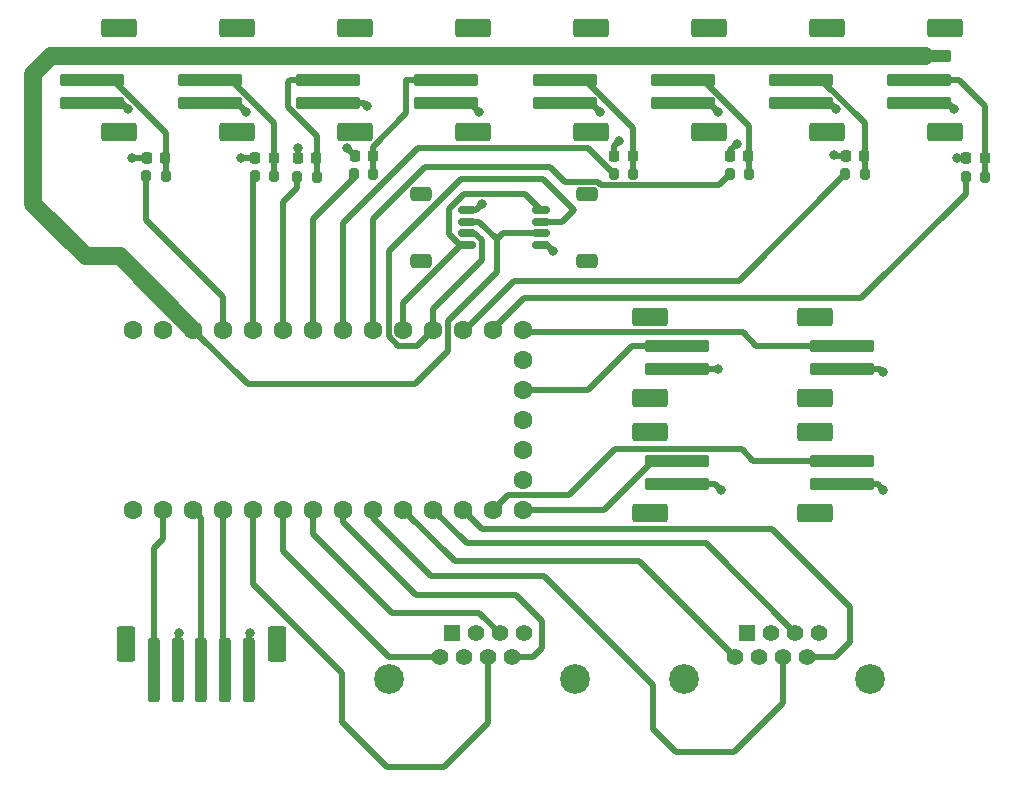
<source format=gbr>
%TF.GenerationSoftware,KiCad,Pcbnew,7.0.7-7.0.7~ubuntu20.04.1*%
%TF.CreationDate,2023-09-06T17:53:36-07:00*%
%TF.ProjectId,teensy-control-panel,7465656e-7379-42d6-936f-6e74726f6c2d,rev?*%
%TF.SameCoordinates,Original*%
%TF.FileFunction,Copper,L1,Top*%
%TF.FilePolarity,Positive*%
%FSLAX46Y46*%
G04 Gerber Fmt 4.6, Leading zero omitted, Abs format (unit mm)*
G04 Created by KiCad (PCBNEW 7.0.7-7.0.7~ubuntu20.04.1) date 2023-09-06 17:53:36*
%MOMM*%
%LPD*%
G01*
G04 APERTURE LIST*
G04 Aperture macros list*
%AMRoundRect*
0 Rectangle with rounded corners*
0 $1 Rounding radius*
0 $2 $3 $4 $5 $6 $7 $8 $9 X,Y pos of 4 corners*
0 Add a 4 corners polygon primitive as box body*
4,1,4,$2,$3,$4,$5,$6,$7,$8,$9,$2,$3,0*
0 Add four circle primitives for the rounded corners*
1,1,$1+$1,$2,$3*
1,1,$1+$1,$4,$5*
1,1,$1+$1,$6,$7*
1,1,$1+$1,$8,$9*
0 Add four rect primitives between the rounded corners*
20,1,$1+$1,$2,$3,$4,$5,0*
20,1,$1+$1,$4,$5,$6,$7,0*
20,1,$1+$1,$6,$7,$8,$9,0*
20,1,$1+$1,$8,$9,$2,$3,0*%
G04 Aperture macros list end*
%TA.AperFunction,SMDPad,CuDef*%
%ADD10RoundRect,0.250000X-0.550000X-1.250000X0.550000X-1.250000X0.550000X1.250000X-0.550000X1.250000X0*%
%TD*%
%TA.AperFunction,SMDPad,CuDef*%
%ADD11RoundRect,0.250000X-0.250000X-2.500000X0.250000X-2.500000X0.250000X2.500000X-0.250000X2.500000X0*%
%TD*%
%TA.AperFunction,SMDPad,CuDef*%
%ADD12RoundRect,0.250000X1.250000X-0.550000X1.250000X0.550000X-1.250000X0.550000X-1.250000X-0.550000X0*%
%TD*%
%TA.AperFunction,SMDPad,CuDef*%
%ADD13RoundRect,0.250000X2.500000X-0.250000X2.500000X0.250000X-2.500000X0.250000X-2.500000X-0.250000X0*%
%TD*%
%TA.AperFunction,SMDPad,CuDef*%
%ADD14RoundRect,0.250000X-1.250000X0.550000X-1.250000X-0.550000X1.250000X-0.550000X1.250000X0.550000X0*%
%TD*%
%TA.AperFunction,SMDPad,CuDef*%
%ADD15RoundRect,0.250000X-2.500000X0.250000X-2.500000X-0.250000X2.500000X-0.250000X2.500000X0.250000X0*%
%TD*%
%TA.AperFunction,ComponentPad*%
%ADD16C,1.600000*%
%TD*%
%TA.AperFunction,SMDPad,CuDef*%
%ADD17RoundRect,0.200000X0.200000X0.275000X-0.200000X0.275000X-0.200000X-0.275000X0.200000X-0.275000X0*%
%TD*%
%TA.AperFunction,SMDPad,CuDef*%
%ADD18RoundRect,0.225000X0.225000X0.250000X-0.225000X0.250000X-0.225000X-0.250000X0.225000X-0.250000X0*%
%TD*%
%TA.AperFunction,SMDPad,CuDef*%
%ADD19RoundRect,0.250000X-0.650000X0.350000X-0.650000X-0.350000X0.650000X-0.350000X0.650000X0.350000X0*%
%TD*%
%TA.AperFunction,SMDPad,CuDef*%
%ADD20RoundRect,0.150000X-0.625000X0.150000X-0.625000X-0.150000X0.625000X-0.150000X0.625000X0.150000X0*%
%TD*%
%TA.AperFunction,SMDPad,CuDef*%
%ADD21RoundRect,0.150000X0.625000X-0.150000X0.625000X0.150000X-0.625000X0.150000X-0.625000X-0.150000X0*%
%TD*%
%TA.AperFunction,SMDPad,CuDef*%
%ADD22RoundRect,0.250000X0.650000X-0.350000X0.650000X0.350000X-0.650000X0.350000X-0.650000X-0.350000X0*%
%TD*%
%TA.AperFunction,ComponentPad*%
%ADD23C,2.520000*%
%TD*%
%TA.AperFunction,ComponentPad*%
%ADD24R,1.398000X1.398000*%
%TD*%
%TA.AperFunction,ComponentPad*%
%ADD25C,1.398000*%
%TD*%
%TA.AperFunction,ViaPad*%
%ADD26C,0.800000*%
%TD*%
%TA.AperFunction,Conductor*%
%ADD27C,0.500000*%
%TD*%
%TA.AperFunction,Conductor*%
%ADD28C,1.500000*%
%TD*%
%TA.AperFunction,Conductor*%
%ADD29C,1.000000*%
%TD*%
G04 APERTURE END LIST*
D10*
%TO.P,SW101,MP*%
%TO.N,N/C*%
X56850000Y-111750000D03*
X69650000Y-111750000D03*
D11*
%TO.P,SW101,5,S2*%
%TO.N,GND*%
X67250000Y-114000000D03*
%TO.P,SW101,4,S1*%
%TO.N,encoder_push*%
X65250000Y-114000000D03*
%TO.P,SW101,3,B*%
%TO.N,encoder_B*%
X63250000Y-114000000D03*
%TO.P,SW101,2,C*%
%TO.N,GND*%
X61250000Y-114000000D03*
%TO.P,SW101,1,A*%
%TO.N,encoder_A*%
X59250000Y-114000000D03*
%TD*%
D12*
%TO.P,SW105,MP*%
%TO.N,N/C*%
X101250000Y-90900000D03*
X101250000Y-84100000D03*
D13*
%TO.P,SW105,2,B*%
%TO.N,PGRM*%
X103500000Y-86500000D03*
%TO.P,SW105,1,A*%
%TO.N,GND*%
X103500000Y-88500000D03*
%TD*%
D12*
%TO.P,SW104,MP*%
%TO.N,N/C*%
X115250000Y-100650000D03*
X115250000Y-93850000D03*
D13*
%TO.P,SW104,2,B*%
%TO.N,SW_2*%
X117500000Y-96250000D03*
%TO.P,SW104,1,A*%
%TO.N,GND*%
X117500000Y-98250000D03*
%TD*%
D12*
%TO.P,SW103,MP*%
%TO.N,N/C*%
X101250000Y-100650000D03*
X101250000Y-93850000D03*
D13*
%TO.P,SW103,2,B*%
%TO.N,SW_1*%
X103500000Y-96250000D03*
%TO.P,SW103,1,A*%
%TO.N,GND*%
X103500000Y-98250000D03*
%TD*%
D12*
%TO.P,SW102,MP*%
%TO.N,N/C*%
X115225000Y-90900000D03*
X115225000Y-84100000D03*
D13*
%TO.P,SW102,2,B*%
%TO.N,SW_0*%
X117475000Y-86500000D03*
%TO.P,SW102,1,A*%
%TO.N,GND*%
X117475000Y-88500000D03*
%TD*%
D14*
%TO.P,RV901,MP*%
%TO.N,N/C*%
X86250000Y-68400000D03*
X86250000Y-59600000D03*
D15*
%TO.P,RV901,3,3*%
%TO.N,GND*%
X84000000Y-66000000D03*
%TO.P,RV901,2,2*%
%TO.N,Net-(C901-Pad1)*%
X84000000Y-64000000D03*
%TO.P,RV901,1,1*%
%TO.N,+3.3V*%
X84000000Y-62000000D03*
%TD*%
D14*
%TO.P,RV801,MP*%
%TO.N,N/C*%
X76250000Y-68400000D03*
X76250000Y-59600000D03*
D15*
%TO.P,RV801,3,3*%
%TO.N,GND*%
X74000000Y-66000000D03*
%TO.P,RV801,2,2*%
%TO.N,Net-(C801-Pad1)*%
X74000000Y-64000000D03*
%TO.P,RV801,1,1*%
%TO.N,+3.3V*%
X74000000Y-62000000D03*
%TD*%
D14*
%TO.P,RV701,MP*%
%TO.N,N/C*%
X96250000Y-68400000D03*
X96250000Y-59600000D03*
D15*
%TO.P,RV701,3,3*%
%TO.N,GND*%
X94000000Y-66000000D03*
%TO.P,RV701,2,2*%
%TO.N,Net-(C701-Pad1)*%
X94000000Y-64000000D03*
%TO.P,RV701,1,1*%
%TO.N,+3.3V*%
X94000000Y-62000000D03*
%TD*%
D14*
%TO.P,RV601,MP*%
%TO.N,N/C*%
X106250000Y-68400000D03*
X106250000Y-59600000D03*
D15*
%TO.P,RV601,3,3*%
%TO.N,GND*%
X104000000Y-66000000D03*
%TO.P,RV601,2,2*%
%TO.N,Net-(C601-Pad1)*%
X104000000Y-64000000D03*
%TO.P,RV601,1,1*%
%TO.N,+3.3V*%
X104000000Y-62000000D03*
%TD*%
D14*
%TO.P,RV501,MP*%
%TO.N,N/C*%
X56250000Y-68400000D03*
X56250000Y-59600000D03*
D15*
%TO.P,RV501,3,3*%
%TO.N,GND*%
X54000000Y-66000000D03*
%TO.P,RV501,2,2*%
%TO.N,Net-(C501-Pad1)*%
X54000000Y-64000000D03*
%TO.P,RV501,1,1*%
%TO.N,+3.3V*%
X54000000Y-62000000D03*
%TD*%
D14*
%TO.P,RV401,MP*%
%TO.N,N/C*%
X66250000Y-68400000D03*
X66250000Y-59600000D03*
D15*
%TO.P,RV401,3,3*%
%TO.N,GND*%
X64000000Y-66000000D03*
%TO.P,RV401,2,2*%
%TO.N,Net-(C401-Pad1)*%
X64000000Y-64000000D03*
%TO.P,RV401,1,1*%
%TO.N,+3.3V*%
X64000000Y-62000000D03*
%TD*%
D14*
%TO.P,RV301,MP*%
%TO.N,N/C*%
X116250000Y-68400000D03*
X116250000Y-59600000D03*
D15*
%TO.P,RV301,3,3*%
%TO.N,GND*%
X114000000Y-66000000D03*
%TO.P,RV301,2,2*%
%TO.N,Net-(C301-Pad1)*%
X114000000Y-64000000D03*
%TO.P,RV301,1,1*%
%TO.N,+3.3V*%
X114000000Y-62000000D03*
%TD*%
D14*
%TO.P,RV201,MP*%
%TO.N,N/C*%
X126250000Y-68400000D03*
X126250000Y-59600000D03*
D15*
%TO.P,RV201,3,3*%
%TO.N,GND*%
X124000000Y-66000000D03*
%TO.P,RV201,2,2*%
%TO.N,Net-(C201-Pad1)*%
X124000000Y-64000000D03*
%TO.P,RV201,1,1*%
%TO.N,+3.3V*%
X124000000Y-62000000D03*
%TD*%
D16*
%TO.P,U101,33,VIN*%
%TO.N,+VDC*%
X57490000Y-85160000D03*
%TO.P,U101,32,GND*%
%TO.N,GND*%
X60030000Y-85160000D03*
%TO.P,U101,31,3V3*%
%TO.N,+3.3V*%
X62570000Y-85160000D03*
%TO.P,U101,30,23_A9_CRX1_MCLK1*%
%TO.N,A9*%
X65110000Y-85160000D03*
%TO.P,U101,29,22_A8_CTX1*%
%TO.N,A8*%
X67650000Y-85160000D03*
%TO.P,U101,28,21_A7_RX5_BCLK1*%
%TO.N,A7*%
X70190000Y-85160000D03*
%TO.P,U101,27,20_A6_TX5_LRCLK1*%
%TO.N,A6*%
X72730000Y-85160000D03*
%TO.P,U101,26,19_A5_SCL0*%
%TO.N,A5*%
X75270000Y-85160000D03*
%TO.P,U101,25,18_A4_SDA0*%
%TO.N,A4*%
X77810000Y-85160000D03*
%TO.P,U101,24,17_A3_TX4_SDA1*%
%TO.N,SDA*%
X80350000Y-85160000D03*
%TO.P,U101,23,16_A2_RX4_SCL1*%
%TO.N,SCL*%
X82890000Y-85160000D03*
%TO.P,U101,22,15_A1_RX3_SPDIF_IN*%
%TO.N,A1*%
X85430000Y-85160000D03*
%TO.P,U101,21,14_A0_TX3_SPDIF_OUT*%
%TO.N,A0*%
X87970000Y-85160000D03*
%TO.P,U101,20,13_SCK_CRX1_LED*%
%TO.N,SW_0*%
X90510000Y-85160000D03*
%TO.P,U101,19,ON_OFF*%
%TO.N,unconnected-(U101-ON_OFF-Pad19)*%
X90510000Y-87700000D03*
%TO.P,U101,18,PROGRAM*%
%TO.N,PGRM*%
X90510000Y-90240000D03*
%TO.P,U101,17,GND*%
%TO.N,GND*%
X90510000Y-92780000D03*
%TO.P,U101,16,3V3*%
%TO.N,unconnected-(U101-3V3-Pad16)*%
X90510000Y-95320000D03*
%TO.P,U101,15,VBAT*%
%TO.N,unconnected-(U101-VBAT-Pad15)*%
X90510000Y-97860000D03*
%TO.P,U101,14,12_MISO_MQSL*%
%TO.N,SW_1*%
X90510000Y-100400000D03*
%TO.P,U101,13,11_MOSI_CTX1*%
%TO.N,SW_2*%
X87970000Y-100400000D03*
%TO.P,U101,12,10_CS_MQSR*%
%TO.N,D10*%
X85430000Y-100400000D03*
%TO.P,U101,11,9_OUT1C*%
%TO.N,D9*%
X82890000Y-100400000D03*
%TO.P,U101,10,8_TX2_IN1*%
%TO.N,D8*%
X80350000Y-100400000D03*
%TO.P,U101,9,7_RX2_OUT1A*%
%TO.N,D7*%
X77810000Y-100400000D03*
%TO.P,U101,8,6_OUT1D*%
%TO.N,D6*%
X75270000Y-100400000D03*
%TO.P,U101,7,5_IN2*%
%TO.N,D5*%
X72730000Y-100400000D03*
%TO.P,U101,6,4_BCLK2*%
%TO.N,D4*%
X70190000Y-100400000D03*
%TO.P,U101,5,3_LRCLK2*%
%TO.N,D3*%
X67650000Y-100400000D03*
%TO.P,U101,4,2_OUT2*%
%TO.N,encoder_push*%
X65110000Y-100400000D03*
%TO.P,U101,3,1_TX1_CTX2_MISO1*%
%TO.N,encoder_B*%
X62570000Y-100400000D03*
%TO.P,U101,2,0_RX1_CRX2_CS1*%
%TO.N,encoder_A*%
X60030000Y-100400000D03*
%TO.P,U101,1,GND*%
%TO.N,GND*%
X57490000Y-100400000D03*
%TD*%
D17*
%TO.P,R201,2*%
%TO.N,A0*%
X127975000Y-72200000D03*
%TO.P,R201,1*%
%TO.N,Net-(C201-Pad1)*%
X129625000Y-72200000D03*
%TD*%
%TO.P,R601,2*%
%TO.N,A4*%
X107975000Y-72000000D03*
%TO.P,R601,1*%
%TO.N,Net-(C601-Pad1)*%
X109625000Y-72000000D03*
%TD*%
%TO.P,R901,2*%
%TO.N,A6*%
X76175000Y-72000000D03*
%TO.P,R901,1*%
%TO.N,Net-(C901-Pad1)*%
X77825000Y-72000000D03*
%TD*%
%TO.P,R301,2*%
%TO.N,A1*%
X117775000Y-72000000D03*
%TO.P,R301,1*%
%TO.N,Net-(C301-Pad1)*%
X119425000Y-72000000D03*
%TD*%
%TO.P,R701,2*%
%TO.N,A5*%
X98175000Y-72000000D03*
%TO.P,R701,1*%
%TO.N,Net-(C701-Pad1)*%
X99825000Y-72000000D03*
%TD*%
%TO.P,R501,2*%
%TO.N,A9*%
X58575000Y-72150000D03*
%TO.P,R501,1*%
%TO.N,Net-(C501-Pad1)*%
X60225000Y-72150000D03*
%TD*%
%TO.P,R801,2*%
%TO.N,A7*%
X71375000Y-72200000D03*
%TO.P,R801,1*%
%TO.N,Net-(C801-Pad1)*%
X73025000Y-72200000D03*
%TD*%
%TO.P,R401,2*%
%TO.N,A8*%
X67775000Y-72150000D03*
%TO.P,R401,1*%
%TO.N,Net-(C401-Pad1)*%
X69425000Y-72150000D03*
%TD*%
D18*
%TO.P,C901,2*%
%TO.N,GND*%
X76225000Y-70450000D03*
%TO.P,C901,1*%
%TO.N,Net-(C901-Pad1)*%
X77775000Y-70450000D03*
%TD*%
%TO.P,C201,2*%
%TO.N,GND*%
X128025000Y-70650000D03*
%TO.P,C201,1*%
%TO.N,Net-(C201-Pad1)*%
X129575000Y-70650000D03*
%TD*%
%TO.P,C401,2*%
%TO.N,GND*%
X67825000Y-70600000D03*
%TO.P,C401,1*%
%TO.N,Net-(C401-Pad1)*%
X69375000Y-70600000D03*
%TD*%
%TO.P,C301,2*%
%TO.N,GND*%
X117825000Y-70450000D03*
%TO.P,C301,1*%
%TO.N,Net-(C301-Pad1)*%
X119375000Y-70450000D03*
%TD*%
%TO.P,C801,2*%
%TO.N,GND*%
X71425000Y-70650000D03*
%TO.P,C801,1*%
%TO.N,Net-(C801-Pad1)*%
X72975000Y-70650000D03*
%TD*%
%TO.P,C601,2*%
%TO.N,GND*%
X108025000Y-70450000D03*
%TO.P,C601,1*%
%TO.N,Net-(C601-Pad1)*%
X109575000Y-70450000D03*
%TD*%
%TO.P,C501,2*%
%TO.N,GND*%
X58625000Y-70600000D03*
%TO.P,C501,1*%
%TO.N,Net-(C501-Pad1)*%
X60175000Y-70600000D03*
%TD*%
%TO.P,C701,2*%
%TO.N,GND*%
X98225000Y-70450000D03*
%TO.P,C701,1*%
%TO.N,Net-(C701-Pad1)*%
X99775000Y-70450000D03*
%TD*%
D19*
%TO.P,J101,MP*%
%TO.N,N/C*%
X81875000Y-73700000D03*
X81875000Y-79300000D03*
D20*
%TO.P,J101,4,SCL*%
%TO.N,SDA*%
X85750000Y-78000000D03*
%TO.P,J101,3,SDA*%
%TO.N,SCL*%
X85750000Y-77000000D03*
%TO.P,J101,2,V+*%
%TO.N,+3.3V*%
X85750000Y-76000000D03*
%TO.P,J101,1,GND*%
%TO.N,GND*%
X85750000Y-75000000D03*
%TD*%
D21*
%TO.P,J102,1,GND*%
%TO.N,GND*%
X92000000Y-78000000D03*
%TO.P,J102,2,V+*%
%TO.N,+3.3V*%
X92000000Y-77000000D03*
%TO.P,J102,3,SDA*%
%TO.N,SCL*%
X92000000Y-76000000D03*
%TO.P,J102,4,SCL*%
%TO.N,SDA*%
X92000000Y-75000000D03*
D22*
%TO.P,J102,MP*%
%TO.N,N/C*%
X95875000Y-73700000D03*
X95875000Y-79300000D03*
%TD*%
D23*
%TO.P,CO101,S*%
%TO.N,GND*%
X119850000Y-114725340D03*
X104150000Y-114725340D03*
D24*
%TO.P,CO101,Or\u002A*%
X109465000Y-110835340D03*
D25*
%TO.P,CO101,Or*%
%TO.N,D8*%
X108445000Y-112865340D03*
%TO.P,CO101,Gr\u002A*%
%TO.N,GND*%
X110475000Y-112865340D03*
%TO.P,CO101,Gr*%
%TO.N,D9*%
X113525000Y-110835340D03*
%TO.P,CO101,Br\u002A*%
%TO.N,GND*%
X115555000Y-110835340D03*
%TO.P,CO101,Br*%
%TO.N,D10*%
X114535000Y-112865340D03*
%TO.P,CO101,Bl\u002A*%
%TO.N,GND*%
X111495000Y-110835340D03*
%TO.P,CO101,Bl*%
%TO.N,D7*%
X112505000Y-112865340D03*
%TD*%
D23*
%TO.P,CO102,S*%
%TO.N,GND*%
X94850000Y-114725340D03*
X79150000Y-114725340D03*
D24*
%TO.P,CO102,Or\u002A*%
X84465000Y-110835340D03*
D25*
%TO.P,CO102,Or*%
%TO.N,D4*%
X83445000Y-112865340D03*
%TO.P,CO102,Gr\u002A*%
%TO.N,GND*%
X85475000Y-112865340D03*
%TO.P,CO102,Gr*%
%TO.N,D5*%
X88525000Y-110835340D03*
%TO.P,CO102,Br\u002A*%
%TO.N,GND*%
X90555000Y-110835340D03*
%TO.P,CO102,Br*%
%TO.N,D6*%
X89535000Y-112865340D03*
%TO.P,CO102,Bl\u002A*%
%TO.N,GND*%
X86495000Y-110835340D03*
%TO.P,CO102,Bl*%
%TO.N,D3*%
X87505000Y-112865340D03*
%TD*%
D26*
%TO.N,GND*%
X75600000Y-69800000D03*
X98600000Y-69200000D03*
X108600000Y-69400000D03*
X116800000Y-70400000D03*
X127200000Y-70600000D03*
X71400000Y-69800000D03*
X66600000Y-70600000D03*
X57400000Y-70600000D03*
X67400000Y-110800000D03*
X61400000Y-110800000D03*
X107250000Y-98750000D03*
X121000000Y-98750000D03*
X121000000Y-88750000D03*
X107000000Y-88500000D03*
X127000000Y-66500000D03*
X117000000Y-66500000D03*
X107000000Y-66750000D03*
X97000000Y-66750000D03*
X86750000Y-66750000D03*
X77250000Y-66250000D03*
X67000000Y-66750000D03*
X57000000Y-66500000D03*
X93000000Y-78500000D03*
X87000000Y-74500000D03*
%TD*%
D27*
%TO.N,GND*%
X76225000Y-70425000D02*
X75600000Y-69800000D01*
X76225000Y-70450000D02*
X76225000Y-70425000D01*
%TO.N,SCL*%
X79922233Y-86500000D02*
X81550000Y-86500000D01*
X79100000Y-85677767D02*
X79922233Y-86500000D01*
X85200000Y-72400000D02*
X79100000Y-78500000D01*
X92200000Y-72400000D02*
X85200000Y-72400000D01*
X94800000Y-75000000D02*
X92200000Y-72400000D01*
X81550000Y-86500000D02*
X82890000Y-85160000D01*
X79100000Y-78500000D02*
X79100000Y-85677767D01*
X93800000Y-76000000D02*
X94800000Y-75000000D01*
X92000000Y-76000000D02*
X93800000Y-76000000D01*
%TO.N,SDA*%
X92000000Y-75000000D02*
X90650000Y-73650000D01*
X90650000Y-73650000D02*
X85476472Y-73650000D01*
X85476472Y-73650000D02*
X84200000Y-74926472D01*
X84200000Y-77073528D02*
X85126472Y-78000000D01*
X84200000Y-74926472D02*
X84200000Y-77073528D01*
X85126472Y-78000000D02*
X85750000Y-78000000D01*
%TO.N,A4*%
X77810000Y-85160000D02*
X77810000Y-75775051D01*
X92800000Y-71400000D02*
X94050000Y-72650000D01*
X77810000Y-75775051D02*
X82185051Y-71400000D01*
X82185051Y-71400000D02*
X92800000Y-71400000D01*
X94050000Y-72650000D02*
X96814949Y-72650000D01*
X96814949Y-72650000D02*
X97089949Y-72925000D01*
X97089949Y-72925000D02*
X107050000Y-72925000D01*
X107050000Y-72925000D02*
X107975000Y-72000000D01*
%TO.N,A5*%
X98175000Y-72000000D02*
X95975000Y-69800000D01*
X95975000Y-69800000D02*
X81600000Y-69800000D01*
X81600000Y-69800000D02*
X75270000Y-76130000D01*
X75270000Y-76130000D02*
X75270000Y-85160000D01*
%TO.N,GND*%
X98225000Y-69575000D02*
X98600000Y-69200000D01*
X98225000Y-70450000D02*
X98225000Y-69575000D01*
%TO.N,Net-(C701-Pad1)*%
X94000000Y-64000000D02*
X95739949Y-64000000D01*
X95739949Y-64000000D02*
X99825000Y-68085051D01*
X99825000Y-68085051D02*
X99825000Y-72000000D01*
%TO.N,GND*%
X108025000Y-69975000D02*
X108600000Y-69400000D01*
X108025000Y-70450000D02*
X108025000Y-69975000D01*
%TO.N,Net-(C601-Pad1)*%
X109625000Y-72000000D02*
X109625000Y-67885051D01*
X109625000Y-67885051D02*
X105739949Y-64000000D01*
X105739949Y-64000000D02*
X104000000Y-64000000D01*
%TO.N,A1*%
X117775000Y-72000000D02*
X108775000Y-81000000D01*
X108775000Y-81000000D02*
X89750000Y-81000000D01*
X89750000Y-81000000D02*
X85590000Y-85160000D01*
X85590000Y-85160000D02*
X85430000Y-85160000D01*
%TO.N,GND*%
X116850000Y-70450000D02*
X116800000Y-70400000D01*
X117825000Y-70450000D02*
X116850000Y-70450000D01*
%TO.N,Net-(C301-Pad1)*%
X114000000Y-64000000D02*
X115739949Y-64000000D01*
X115739949Y-64000000D02*
X119425000Y-67685051D01*
X119425000Y-67685051D02*
X119425000Y-72000000D01*
%TO.N,GND*%
X127250000Y-70650000D02*
X127200000Y-70600000D01*
X128025000Y-70650000D02*
X127250000Y-70650000D01*
%TO.N,Net-(C201-Pad1)*%
X124000000Y-64000000D02*
X127400000Y-64000000D01*
X129625000Y-66225000D02*
X129625000Y-72200000D01*
X127400000Y-64000000D02*
X129625000Y-66225000D01*
%TO.N,A0*%
X87970000Y-85160000D02*
X87970000Y-85130000D01*
X119100000Y-82500000D02*
X127975000Y-73625000D01*
X87970000Y-85130000D02*
X90600000Y-82500000D01*
X90600000Y-82500000D02*
X119100000Y-82500000D01*
X127975000Y-73625000D02*
X127975000Y-72200000D01*
%TO.N,Net-(C901-Pad1)*%
X77825000Y-72000000D02*
X77775000Y-71950000D01*
X80600000Y-64000000D02*
X84000000Y-64000000D01*
X77775000Y-71950000D02*
X77775000Y-69664949D01*
X77775000Y-69664949D02*
X80600000Y-66839949D01*
X80600000Y-66839949D02*
X80600000Y-64000000D01*
%TO.N,A6*%
X76175000Y-72000000D02*
X76175000Y-72325000D01*
X76175000Y-72325000D02*
X72730000Y-75770000D01*
X72730000Y-75770000D02*
X72730000Y-85160000D01*
%TO.N,GND*%
X71425000Y-69825000D02*
X71400000Y-69800000D01*
X71425000Y-70650000D02*
X71425000Y-69825000D01*
%TO.N,Net-(C801-Pad1)*%
X73025000Y-72200000D02*
X73025000Y-68764949D01*
X73025000Y-68764949D02*
X70600000Y-66339949D01*
X70600000Y-66339949D02*
X70600000Y-64200000D01*
X70600000Y-64200000D02*
X70800000Y-64000000D01*
X70800000Y-64000000D02*
X74000000Y-64000000D01*
%TO.N,A7*%
X71375000Y-72200000D02*
X71375000Y-73125000D01*
X71375000Y-73125000D02*
X70190000Y-74310000D01*
%TO.N,GND*%
X67825000Y-70600000D02*
X66600000Y-70600000D01*
%TO.N,Net-(C401-Pad1)*%
X64000000Y-64000000D02*
X65739949Y-64000000D01*
X65739949Y-64000000D02*
X69425000Y-67685051D01*
X69425000Y-67685051D02*
X69425000Y-72150000D01*
%TO.N,A8*%
X67775000Y-72150000D02*
X67650000Y-72275000D01*
X67650000Y-72275000D02*
X67650000Y-85160000D01*
%TO.N,GND*%
X58625000Y-70600000D02*
X57400000Y-70600000D01*
%TO.N,A9*%
X58575000Y-72150000D02*
X58575000Y-75875000D01*
X58575000Y-75875000D02*
X65110000Y-82410000D01*
X65110000Y-82410000D02*
X65110000Y-85160000D01*
%TO.N,Net-(C501-Pad1)*%
X54000000Y-64000000D02*
X55739949Y-64000000D01*
X55739949Y-64000000D02*
X60225000Y-68485051D01*
X60225000Y-68485051D02*
X60225000Y-72150000D01*
%TO.N,GND*%
X67250000Y-110950000D02*
X67400000Y-110800000D01*
X67250000Y-114000000D02*
X67250000Y-110950000D01*
X61250000Y-110950000D02*
X61400000Y-110800000D01*
X61250000Y-114000000D02*
X61250000Y-110950000D01*
%TO.N,encoder_push*%
X65110000Y-100400000D02*
X65110000Y-112085000D01*
%TO.N,encoder_B*%
X62570000Y-100400000D02*
X63250000Y-101080000D01*
X63250000Y-101080000D02*
X63250000Y-114000000D01*
%TO.N,encoder_A*%
X60030000Y-100400000D02*
X60030000Y-102870000D01*
X60030000Y-102870000D02*
X59250000Y-103650000D01*
X59250000Y-103650000D02*
X59250000Y-113225000D01*
X59250000Y-113225000D02*
X59000000Y-113475000D01*
%TO.N,GND*%
X106750000Y-98250000D02*
X107250000Y-98750000D01*
X103500000Y-98250000D02*
X106750000Y-98250000D01*
X120500000Y-98250000D02*
X121000000Y-98750000D01*
X117500000Y-98250000D02*
X120500000Y-98250000D01*
X120750000Y-88500000D02*
X121000000Y-88750000D01*
X117475000Y-88500000D02*
X120750000Y-88500000D01*
X103500000Y-88500000D02*
X107000000Y-88500000D01*
%TO.N,SW_2*%
X117500000Y-96250000D02*
X110000000Y-96250000D01*
X98250000Y-95250000D02*
X94350000Y-99150000D01*
X110000000Y-96250000D02*
X109000000Y-95250000D01*
X109000000Y-95250000D02*
X98250000Y-95250000D01*
X94350000Y-99150000D02*
X89220000Y-99150000D01*
X89220000Y-99150000D02*
X87970000Y-100400000D01*
%TO.N,SW_1*%
X90510000Y-100400000D02*
X97350000Y-100400000D01*
X97350000Y-100400000D02*
X101500000Y-96250000D01*
X101500000Y-96250000D02*
X103500000Y-96250000D01*
%TO.N,SW_0*%
X117475000Y-86500000D02*
X110250000Y-86500000D01*
X110250000Y-86500000D02*
X109100000Y-85350000D01*
X109100000Y-85350000D02*
X90700000Y-85350000D01*
X90700000Y-85350000D02*
X90510000Y-85160000D01*
%TO.N,PGRM*%
X103500000Y-86500000D02*
X99750000Y-86500000D01*
X96010000Y-90240000D02*
X90510000Y-90240000D01*
X99750000Y-86500000D02*
X96010000Y-90240000D01*
%TO.N,GND*%
X126500000Y-66000000D02*
X127000000Y-66500000D01*
X124000000Y-66000000D02*
X126500000Y-66000000D01*
X116500000Y-66000000D02*
X117000000Y-66500000D01*
X114000000Y-66000000D02*
X116500000Y-66000000D01*
X106250000Y-66000000D02*
X107000000Y-66750000D01*
X104000000Y-66000000D02*
X106250000Y-66000000D01*
X96250000Y-66000000D02*
X97000000Y-66750000D01*
X94000000Y-66000000D02*
X96250000Y-66000000D01*
X86000000Y-66000000D02*
X86750000Y-66750000D01*
X84000000Y-66000000D02*
X86000000Y-66000000D01*
X77000000Y-66000000D02*
X77250000Y-66250000D01*
X74000000Y-66000000D02*
X77000000Y-66000000D01*
X66250000Y-66000000D02*
X67000000Y-66750000D01*
X64000000Y-66000000D02*
X66250000Y-66000000D01*
X56500000Y-66000000D02*
X57000000Y-66500000D01*
X54000000Y-66000000D02*
X56500000Y-66000000D01*
D28*
%TO.N,+3.3V*%
X62570000Y-85160000D02*
X56360000Y-78950000D01*
X56360000Y-78950000D02*
X53450000Y-78950000D01*
X50500000Y-62000000D02*
X91250000Y-62000000D01*
X53450000Y-78950000D02*
X49000000Y-74500000D01*
X49000000Y-74500000D02*
X49000000Y-63500000D01*
X49000000Y-63500000D02*
X50500000Y-62000000D01*
D27*
%TO.N,D4*%
X79165340Y-112865340D02*
X83445000Y-112865340D01*
X70190000Y-103890000D02*
X79165340Y-112865340D01*
X70190000Y-100400000D02*
X70190000Y-103890000D01*
%TO.N,+3.3V*%
X92000000Y-77000000D02*
X88750000Y-77000000D01*
X88750000Y-77000000D02*
X88250000Y-77500000D01*
X85750000Y-76000000D02*
X86750000Y-76000000D01*
X86750000Y-76000000D02*
X88250000Y-77500000D01*
X88250000Y-80296572D02*
X84140000Y-84406572D01*
X88250000Y-77500000D02*
X88250000Y-80296572D01*
X84140000Y-84406572D02*
X84140000Y-86985000D01*
X84140000Y-86985000D02*
X81375000Y-89750000D01*
X81375000Y-89750000D02*
X67160000Y-89750000D01*
X67160000Y-89750000D02*
X62570000Y-85160000D01*
%TO.N,A7*%
X70190000Y-74310000D02*
X70190000Y-85160000D01*
%TO.N,GND*%
X92500000Y-78000000D02*
X93000000Y-78500000D01*
X92000000Y-78000000D02*
X92500000Y-78000000D01*
X86500000Y-75000000D02*
X87000000Y-74500000D01*
X85750000Y-75000000D02*
X86500000Y-75000000D01*
%TO.N,SDA*%
X80350000Y-85160000D02*
X80350000Y-82900000D01*
X80350000Y-82900000D02*
X85250000Y-78000000D01*
X85250000Y-78000000D02*
X85750000Y-78000000D01*
%TO.N,SCL*%
X82890000Y-85160000D02*
X82890000Y-83360000D01*
X82890000Y-83360000D02*
X86975000Y-79275000D01*
X86975000Y-77601472D02*
X86373528Y-77000000D01*
X86975000Y-79275000D02*
X86975000Y-77601472D01*
X86373528Y-77000000D02*
X85750000Y-77000000D01*
D29*
%TO.N,+3.3V*%
X91250000Y-62000000D02*
X91325000Y-62075000D01*
D28*
X91250000Y-62000000D02*
X102000000Y-62000000D01*
X102000000Y-62000000D02*
X124500000Y-62000000D01*
D27*
%TO.N,D7*%
X77810000Y-100400000D02*
X77810000Y-101110000D01*
X77810000Y-101110000D02*
X82700000Y-106000000D01*
X82700000Y-106000000D02*
X92250000Y-106000000D01*
X103400000Y-120900000D02*
X108350000Y-120900000D01*
X92250000Y-106000000D02*
X101500000Y-115250000D01*
X101500000Y-115250000D02*
X101500000Y-119000000D01*
X101500000Y-119000000D02*
X103400000Y-120900000D01*
X112505000Y-116745000D02*
X112505000Y-112865340D01*
X108350000Y-120900000D02*
X112505000Y-116745000D01*
%TO.N,D8*%
X80350000Y-100400000D02*
X84700000Y-104750000D01*
X84700000Y-104750000D02*
X100329660Y-104750000D01*
X100329660Y-104750000D02*
X108445000Y-112865340D01*
%TO.N,D9*%
X82890000Y-100400000D02*
X85740000Y-103250000D01*
X85740000Y-103250000D02*
X105939660Y-103250000D01*
X105939660Y-103250000D02*
X113525000Y-110835340D01*
%TO.N,D10*%
X85430000Y-100400000D02*
X87030000Y-102000000D01*
X116934660Y-112865340D02*
X114535000Y-112865340D01*
X87030000Y-102000000D02*
X111600000Y-102000000D01*
X111600000Y-102000000D02*
X118200000Y-108600000D01*
X118200000Y-108600000D02*
X118200000Y-111600000D01*
X118200000Y-111600000D02*
X116934660Y-112865340D01*
%TO.N,D6*%
X75270000Y-100400000D02*
X75270000Y-101470000D01*
X75270000Y-101470000D02*
X81400000Y-107600000D01*
X81400000Y-107600000D02*
X89900000Y-107600000D01*
X89900000Y-107600000D02*
X92100000Y-109800000D01*
X92100000Y-109800000D02*
X92100000Y-112100000D01*
X92100000Y-112100000D02*
X91334660Y-112865340D01*
X91334660Y-112865340D02*
X89535000Y-112865340D01*
%TO.N,D5*%
X72730000Y-100400000D02*
X72730000Y-102430000D01*
X72730000Y-102430000D02*
X79400000Y-109100000D01*
X79400000Y-109100000D02*
X86789660Y-109100000D01*
X86789660Y-109100000D02*
X88525000Y-110835340D01*
%TO.N,D3*%
X67650000Y-100400000D02*
X67650000Y-106650000D01*
X67650000Y-106650000D02*
X75200000Y-114200000D01*
X75200000Y-114200000D02*
X75200000Y-118400000D01*
X75200000Y-118400000D02*
X79000000Y-122200000D01*
X79000000Y-122200000D02*
X83800000Y-122200000D01*
X83800000Y-122200000D02*
X87505000Y-118495000D01*
X87505000Y-118495000D02*
X87505000Y-112865340D01*
%TD*%
M02*

</source>
